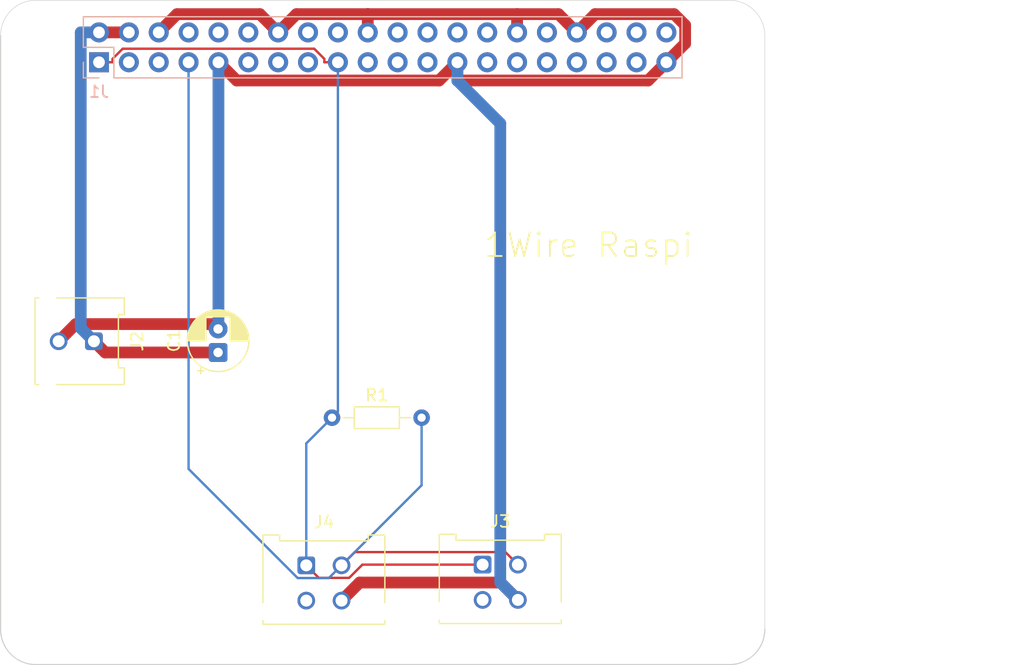
<source format=kicad_pcb>
(kicad_pcb (version 20241229) (generator "pcbnew") (generator_version "9.0")
  (title_block (date "15 nov 2012"))
  (layers (0 "F.Cu" signal) (2 "B.Cu" signal) (13 "F.Paste" user) (15 "B.Paste" user) (5 "F.SilkS" user "F.Silkscreen") (7 "B.SilkS" user "B.Silkscreen") (1 "F.Mask" user) (3 "B.Mask" user) (25 "Edge.Cuts" user))
  (net 0 "")
  (net 1 "GND")
  (net 2 "/GPIO2{slash}SDA1")
  (net 3 "/GPIO3{slash}SCL1")
  (net 4 "/GPIO4{slash}GPCLK0")
  (net 5 "/GPIO14{slash}TXD0")
  (net 6 "/GPIO15{slash}RXD0")
  (net 7 "/GPIO17")
  (net 8 "/GPIO18{slash}PCM.CLK")
  (net 9 "/GPIO27")
  (net 10 "/GPIO22")
  (net 11 "/GPIO23")
  (net 12 "/GPIO24")
  (net 13 "/GPIO10{slash}SPI0.MOSI")
  (net 14 "/GPIO9{slash}SPI0.MISO")
  (net 15 "/GPIO25")
  (net 16 "/GPIO11{slash}SPI0.SCLK")
  (net 17 "/GPIO8{slash}SPI0.CE0")
  (net 18 "/GPIO7{slash}SPI0.CE1")
  (net 19 "/ID_SDA")
  (net 20 "/ID_SCL")
  (net 21 "/GPIO5")
  (net 22 "/GPIO6")
  (net 23 "/GPIO12{slash}PWM0")
  (net 24 "/GPIO13{slash}PWM1")
  (net 25 "/GPIO19{slash}PCM.FS")
  (net 26 "/GPIO16")
  (net 27 "/GPIO26")
  (net 28 "/GPIO20{slash}PCM.DIN")
  (net 29 "/GPIO21{slash}PCM.DOUT")
  (net 30 "+5V")
  (net 31 "+3V3")
  (footprint "MountingHole:MountingHole_2.7mm_M2.5" (layer "F.Cu") (at 161.5 47.5)
    (property "Reference" "MH2" (hide yes))
    (property "Value" "MountingHole_2.7mm_M2.5" (hide yes))
    (pad "" np_thru_hole circle (at 0 0) (size 2.7 2.7) (drill 2.7) (layers "*.Cu" "*.Mask"))
  )
  (footprint "Connector_Molex:Molex_Micro-Fit_3.0_43045-0412_2x02_P3.00mm_Vertical" (layer "F.Cu") (at 141 91.5)
    (property "Reference" "J3" (at 1.5 -3.67 0) (layer "F.SilkS"))
    (property "Value" "1Wire")
    (fp_line (start -3.685 -2.58) (end -2.265 -2.58) (stroke (width 0.12)) (layer "F.SilkS"))
    (fp_line (start -3.685 3.17) (end -3.685 -2.58) (stroke (width 0.12)) (layer "F.SilkS"))
    (fp_line (start -3.685 4.71) (end -3.685 5.01) (stroke (width 0.12)) (layer "F.SilkS"))
    (fp_line (start -3.685 5.01) (end 6.685 5.01) (stroke (width 0.12)) (layer "F.SilkS"))
    (fp_line (start -2.265 -2.58) (end -2.265 -2.08) (stroke (width 0.12)) (layer "F.SilkS"))
    (fp_line (start -2.265 -2.08) (end 5.265 -2.08) (stroke (width 0.12)) (layer "F.SilkS"))
    (fp_line (start 5.265 -2.58) (end 6.685 -2.58) (stroke (width 0.12)) (layer "F.SilkS"))
    (fp_line (start 5.265 -2.08) (end 5.265 -2.58) (stroke (width 0.12)) (layer "F.SilkS"))
    (fp_line (start 6.685 -2.58) (end 6.685 3.17) (stroke (width 0.12)) (layer "F.SilkS"))
    (fp_line (start 6.685 5.01) (end 6.685 4.71) (stroke (width 0.12)) (layer "F.SilkS"))
    (pad "" np_thru_hole circle (at -3 3.94) (size 1.02 1.02) (drill 1.02) (layers "*.Cu" "*.Mask"))
    (pad "" np_thru_hole circle (at 6 3.94) (size 1.02 1.02) (drill 1.02) (layers "*.Cu" "*.Mask"))
    (pad "1" thru_hole roundrect (at 0 0) (size 1.5 1.5) (drill 1.02) (layers "*.Cu" "*.Mask") (roundrect_rratio 0.166667) (net 31 "+3V3"))
    (pad "2" thru_hole circle (at 3 0) (size 1.5 1.5) (drill 1.02) (layers "*.Cu" "*.Mask") (net 4 "/GPIO4{slash}GPCLK0"))
    (pad "3" thru_hole circle (at 0 3) (size 1.5 1.5) (drill 1.02) (layers "*.Cu" "*.Mask"))
    (pad "4" thru_hole circle (at 3 3) (size 1.5 1.5) (drill 1.02) (layers "*.Cu" "*.Mask") (net 1 "GND"))
  )
  (footprint "MountingHole:MountingHole_2.7mm_M2.5" (layer "F.Cu") (at 103.5 96.5)
    (property "Reference" "MH3" (hide yes))
    (property "Value" "MountingHole_2.7mm_M2.5" (hide yes))
    (pad "" np_thru_hole circle (at 0 0) (size 2.7 2.7) (drill 2.7) (layers "*.Cu" "*.Mask"))
  )
  (footprint "MountingHole:MountingHole_2.7mm_M2.5" (layer "F.Cu") (at 103.5 47.5)
    (property "Reference" "MH1" (hide yes))
    (property "Value" "MountingHole_2.7mm_M2.5" (hide yes))
    (pad "" np_thru_hole circle (at 0 0) (size 2.7 2.7) (drill 2.7) (layers "*.Cu" "*.Mask"))
  )
  (footprint "Connector_Molex:Molex_Micro-Fit_3.0_43045-0212_2x01_P3.00mm_Vertical" (layer "F.Cu") (at 107.94 72.5 -90)
    (property "Reference" "J2" (at 0 -3.67 90) (layer "F.SilkS"))
    (property "Value" "Power")
    (fp_line (start -3.685 5.01) (end 3.685 5.01) (stroke (width 0.12)) (layer "F.SilkS"))
    (fp_line (start 3.685 5.01) (end 3.685 4.71) (stroke (width 0.12)) (layer "F.SilkS"))
    (fp_line (start -3.685 4.71) (end -3.685 5.01) (stroke (width 0.12)) (layer "F.SilkS"))
    (fp_line (start -3.685 3.17) (end -3.685 -2.58) (stroke (width 0.12)) (layer "F.SilkS"))
    (fp_line (start -2.265 -2.08) (end 2.265 -2.08) (stroke (width 0.12)) (layer "F.SilkS"))
    (fp_line (start 2.265 -2.08) (end 2.265 -2.58) (stroke (width 0.12)) (layer "F.SilkS"))
    (fp_line (start -3.685 -2.58) (end -2.265 -2.58) (stroke (width 0.12)) (layer "F.SilkS"))
    (fp_line (start -2.265 -2.58) (end -2.265 -2.08) (stroke (width 0.12)) (layer "F.SilkS"))
    (fp_line (start 2.265 -2.58) (end 3.685 -2.58) (stroke (width 0.12)) (layer "F.SilkS"))
    (fp_line (start 3.685 -2.58) (end 3.685 3.17) (stroke (width 0.12)) (layer "F.SilkS"))
    (pad "" np_thru_hole circle (at -3 3.94 270) (size 1.02 1.02) (drill 1.02) (layers "*.Cu" "*.Mask"))
    (pad "" np_thru_hole circle (at 3 3.94 270) (size 1.02 1.02) (drill 1.02) (layers "*.Cu" "*.Mask"))
    (pad "1" thru_hole roundrect (at 0 0 270) (size 1.5 1.5) (drill 1.02) (layers "*.Cu" "*.Mask") (roundrect_rratio 0.166667) (net 30 "+5V"))
    (pad "2" thru_hole circle (at 0 3 270) (size 1.5 1.5) (drill 1.02) (layers "*.Cu" "*.Mask") (net 1 "GND"))
  )
  (footprint "MountingHole:MountingHole_2.7mm_M2.5" (layer "F.Cu") (at 161.5 96.5)
    (property "Reference" "MH4" (hide yes))
    (property "Value" "MountingHole_2.7mm_M2.5" (hide yes))
    (pad "" np_thru_hole circle (at 0 0) (size 2.7 2.7) (drill 2.7) (layers "*.Cu" "*.Mask"))
  )
  (footprint "Resistor_THT:R_Axial_DIN0204_L3.6mm_D1.6mm_P7.62mm_Horizontal" (layer "F.Cu") (at 128.19 79)
    (property "Reference" "R1" (at 3.81 -1.92 0) (layer "F.SilkS"))
    (property "Value" "4.7k")
    (fp_line (start 0.94 0) (end 1.89 0) (stroke (width 0.12)) (layer "F.SilkS"))
    (fp_line (start 6.68 0) (end 5.73 0) (stroke (width 0.12)) (layer "F.SilkS"))
    (fp_rect (start 1.89 -0.92) (end 5.73 0.92) (stroke (width 0.12)) (fill no) (layer "F.SilkS"))
    (pad "1" thru_hole circle (at 0 0) (size 1.4 1.4) (drill 0.7) (layers "*.Cu" "*.Mask") (net 31 "+3V3"))
    (pad "2" thru_hole circle (at 7.62 0) (size 1.4 1.4) (drill 0.7) (layers "*.Cu" "*.Mask") (net 4 "/GPIO4{slash}GPCLK0"))
  )
  (footprint "Connector_Molex:Molex_Micro-Fit_3.0_43045-0412_2x02_P3.00mm_Vertical" (layer "F.Cu") (at 126 91.56)
    (property "Reference" "J4" (at 1.5 -3.67 0) (layer "F.SilkS"))
    (property "Value" "1Wire")
    (fp_line (start -3.685 -2.58) (end -2.265 -2.58) (stroke (width 0.12)) (layer "F.SilkS"))
    (fp_line (start -3.685 3.17) (end -3.685 -2.58) (stroke (width 0.12)) (layer "F.SilkS"))
    (fp_line (start -3.685 4.71) (end -3.685 5.01) (stroke (width 0.12)) (layer "F.SilkS"))
    (fp_line (start -3.685 5.01) (end 6.685 5.01) (stroke (width 0.12)) (layer "F.SilkS"))
    (fp_line (start -2.265 -2.58) (end -2.265 -2.08) (stroke (width 0.12)) (layer "F.SilkS"))
    (fp_line (start -2.265 -2.08) (end 5.265 -2.08) (stroke (width 0.12)) (layer "F.SilkS"))
    (fp_line (start 5.265 -2.58) (end 6.685 -2.58) (stroke (width 0.12)) (layer "F.SilkS"))
    (fp_line (start 5.265 -2.08) (end 5.265 -2.58) (stroke (width 0.12)) (layer "F.SilkS"))
    (fp_line (start 6.685 -2.58) (end 6.685 3.17) (stroke (width 0.12)) (layer "F.SilkS"))
    (fp_line (start 6.685 5.01) (end 6.685 4.71) (stroke (width 0.12)) (layer "F.SilkS"))
    (pad "" np_thru_hole circle (at -3 3.94) (size 1.02 1.02) (drill 1.02) (layers "*.Cu" "*.Mask"))
    (pad "" np_thru_hole circle (at 6 3.94) (size 1.02 1.02) (drill 1.02) (layers "*.Cu" "*.Mask"))
    (pad "1" thru_hole roundrect (at 0 0) (size 1.5 1.5) (drill 1.02) (layers "*.Cu" "*.Mask") (roundrect_rratio 0.166667) (net 31 "+3V3"))
    (pad "2" thru_hole circle (at 3 0) (size 1.5 1.5) (drill 1.02) (layers "*.Cu" "*.Mask") (net 4 "/GPIO4{slash}GPCLK0"))
    (pad "3" thru_hole circle (at 0 3) (size 1.5 1.5) (drill 1.02) (layers "*.Cu" "*.Mask"))
    (pad "4" thru_hole circle (at 3 3) (size 1.5 1.5) (drill 1.02) (layers "*.Cu" "*.Mask") (net 1 "GND"))
  )
  (footprint "Capacitor_THT:CP_Radial_D5.0mm_P2.00mm" (layer "F.Cu") (at 118.5 73.4551 90)
    (property "Reference" "C1" (at 1 -3.75 90) (layer "F.SilkS"))
    (property "Value" "100uF")
    (fp_line (start 1.04 -2.58) (end 1.04 -1.04) (stroke (width 0.12)) (layer "F.SilkS"))
    (fp_line (start 1 -2.58) (end 1 -1.04) (stroke (width 0.12)) (layer "F.SilkS"))
    (fp_line (start 1.08 -2.579) (end 1.08 -1.04) (stroke (width 0.12)) (layer "F.SilkS"))
    (fp_line (start 1.12 -2.577) (end 1.12 -1.04) (stroke (width 0.12)) (layer "F.SilkS"))
    (fp_line (start 1.16 -2.575) (end 1.16 -1.04) (stroke (width 0.12)) (layer "F.SilkS"))
    (fp_line (start 1.2 -2.572) (end 1.2 -1.04) (stroke (width 0.12)) (layer "F.SilkS"))
    (fp_line (start 1.24 -2.569) (end 1.24 -1.04) (stroke (width 0.12)) (layer "F.SilkS"))
    (fp_line (start 1.28 -2.565) (end 1.28 -1.04) (stroke (width 0.12)) (layer "F.SilkS"))
    (fp_line (start 1.32 -2.56) (end 1.32 -1.04) (stroke (width 0.12)) (layer "F.SilkS"))
    (fp_line (start 1.36 -2.555) (end 1.36 -1.04) (stroke (width 0.12)) (layer "F.SilkS"))
    (fp_line (start 1.4 -2.549) (end 1.4 -1.04) (stroke (width 0.12)) (layer "F.SilkS"))
    (fp_line (start 1.44 -2.543) (end 1.44 -1.04) (stroke (width 0.12)) (layer "F.SilkS"))
    (fp_line (start 1.48 -2.536) (end 1.48 -1.04) (stroke (width 0.12)) (layer "F.SilkS"))
    (fp_line (start 1.52 -2.528) (end 1.52 -1.04) (stroke (width 0.12)) (layer "F.SilkS"))
    (fp_line (start 1.56 -2.519) (end 1.56 -1.04) (stroke (width 0.12)) (layer "F.SilkS"))
    (fp_line (start 1.6 -2.51) (end 1.6 -1.04) (stroke (width 0.12)) (layer "F.SilkS"))
    (fp_line (start 1.64 -2.501) (end 1.64 -1.04) (stroke (width 0.12)) (layer "F.SilkS"))
    (fp_line (start 1.68 -2.49) (end 1.68 -1.04) (stroke (width 0.12)) (layer "F.SilkS"))
    (fp_line (start 1.72 -2.479) (end 1.72 -1.04) (stroke (width 0.12)) (layer "F.SilkS"))
    (fp_line (start 1.76 -2.467) (end 1.76 -1.04) (stroke (width 0.12)) (layer "F.SilkS"))
    (fp_line (start 1.8 -2.455) (end 1.8 -1.04) (stroke (width 0.12)) (layer "F.SilkS"))
    (fp_line (start 1.84 -2.442) (end 1.84 -1.04) (stroke (width 0.12)) (layer "F.SilkS"))
    (fp_line (start 1.88 -2.428) (end 1.88 -1.04) (stroke (width 0.12)) (layer "F.SilkS"))
    (fp_line (start 1.92 -2.413) (end 1.92 -1.04) (stroke (width 0.12)) (layer "F.SilkS"))
    (fp_line (start 1.96 -2.398) (end 1.96 -1.04) (stroke (width 0.12)) (layer "F.SilkS"))
    (fp_line (start 2 -2.382) (end 2 -1.04) (stroke (width 0.12)) (layer "F.SilkS"))
    (fp_line (start 2.04 -2.365) (end 2.04 -1.04) (stroke (width 0.12)) (layer "F.SilkS"))
    (fp_line (start 2.08 -2.347) (end 2.08 -1.04) (stroke (width 0.12)) (layer "F.SilkS"))
    (fp_line (start 2.12 -2.329) (end 2.12 -1.04) (stroke (width 0.12)) (layer "F.SilkS"))
    (fp_line (start 2.16 -2.309) (end 2.16 -1.04) (stroke (width 0.12)) (layer "F.SilkS"))
    (fp_line (start 2.2 -2.289) (end 2.2 -1.04) (stroke (width 0.12)) (layer "F.SilkS"))
    (fp_line (start 2.24 -2.268) (end 2.24 -1.04) (stroke (width 0.12)) (layer "F.SilkS"))
    (fp_line (start 2.28 -2.246) (end 2.28 -1.04) (stroke (width 0.12)) (layer "F.SilkS"))
    (fp_line (start 2.32 -2.223) (end 2.32 -1.04) (stroke (width 0.12)) (layer "F.SilkS"))
    (fp_line (start 2.36 -2.199) (end 2.36 -1.04) (stroke (width 0.12)) (layer "F.SilkS"))
    (fp_line (start 2.4 -2.175) (end 2.4 -1.04) (stroke (width 0.12)) (layer "F.SilkS"))
    (fp_line (start 2.44 -2.149) (end 2.44 -1.04) (stroke (width 0.12)) (layer "F.SilkS"))
    (fp_line (start 2.48 -2.122) (end 2.48 -1.04) (stroke (width 0.12)) (layer "F.SilkS"))
    (fp_line (start 2.52 -2.094) (end 2.52 -1.04) (stroke (width 0.12)) (layer "F.SilkS"))
    (fp_line (start 2.56 -2.065) (end 2.56 -1.04) (stroke (width 0.12)) (layer "F.SilkS"))
    (fp_line (start 2.6 -2.035) (end 2.6 -1.04) (stroke (width 0.12)) (layer "F.SilkS"))
    (fp_line (start 2.64 -2.003) (end 2.64 -1.04) (stroke (width 0.12)) (layer "F.SilkS"))
    (fp_line (start 2.68 -1.97) (end 2.68 -1.04) (stroke (width 0.12)) (layer "F.SilkS"))
    (fp_line (start 2.72 -1.936) (end 2.72 -1.04) (stroke (width 0.12)) (layer "F.SilkS"))
    (fp_line (start 2.76 -1.901) (end 2.76 -1.04) (stroke (width 0.12)) (layer "F.SilkS"))
    (fp_line (start 2.8 -1.864) (end 2.8 -1.04) (stroke (width 0.12)) (layer "F.SilkS"))
    (fp_line (start 2.84 -1.825) (end 2.84 -1.04) (stroke (width 0.12)) (layer "F.SilkS"))
    (fp_line (start 2.88 -1.785) (end 2.88 -1.04) (stroke (width 0.12)) (layer "F.SilkS"))
    (fp_line (start 2.92 -1.743) (end 2.92 -1.04) (stroke (width 0.12)) (layer "F.SilkS"))
    (fp_line (start -1.554775 -1.725) (end -1.554775 -1.225) (stroke (width 0.12)) (layer "F.SilkS"))
    (fp_line (start 2.96 -1.699) (end 2.96 -1.04) (stroke (width 0.12)) (layer "F.SilkS"))
    (fp_line (start 3 -1.652) (end 3 -1.04) (stroke (width 0.12)) (layer "F.SilkS"))
    (fp_line (start 3.04 -1.604) (end 3.04 1.604) (stroke (width 0.12)) (layer "F.SilkS"))
    (fp_line (start 3.08 -1.553) (end 3.08 1.553) (stroke (width 0.12)) (layer "F.SilkS"))
    (fp_line (start 3.12 -1.499) (end 3.12 1.499) (stroke (width 0.12)) (layer "F.SilkS"))
    (fp_line (start -1.804775 -1.475) (end -1.304775 -1.475) (stroke (width 0.12)) (layer "F.SilkS"))
    (fp_line (start 3.16 -1.443) (end 3.16 1.443) (stroke (width 0.12)) (layer "F.SilkS"))
    (fp_line (start 3.2 -1.383) (end 3.2 1.383) (stroke (width 0.12)) (layer "F.SilkS"))
    (fp_line (start 3.24 -1.319) (end 3.24 1.319) (stroke (width 0.12)) (layer "F.SilkS"))
    (fp_line (start 3.28 -1.251) (end 3.28 1.251) (stroke (width 0.12)) (layer "F.SilkS"))
    (fp_line (start 3.32 -1.177) (end 3.32 1.177) (stroke (width 0.12)) (layer "F.SilkS"))
    (fp_line (start 3.36 -1.098) (end 3.36 1.098) (stroke (width 0.12)) (layer "F.SilkS"))
    (fp_line (start 3.4 -1.011) (end 3.4 1.011) (stroke (width 0.12)) (layer "F.SilkS"))
    (fp_line (start 3.44 -0.914) (end 3.44 0.914) (stroke (width 0.12)) (layer "F.SilkS"))
    (fp_line (start 3.48 -0.805) (end 3.48 0.805) (stroke (width 0.12)) (layer "F.SilkS"))
    (fp_line (start 3.52 -0.677) (end 3.52 0.677) (stroke (width 0.12)) (layer "F.SilkS"))
    (fp_line (start 3.56 -0.517) (end 3.56 0.517) (stroke (width 0.12)) (layer "F.SilkS"))
    (fp_line (start 3.6 -0.283) (end 3.6 0.283) (stroke (width 0.12)) (layer "F.SilkS"))
    (fp_line (start 3 1.04) (end 3 1.652) (stroke (width 0.12)) (layer "F.SilkS"))
    (fp_line (start 2.96 1.04) (end 2.96 1.699) (stroke (width 0.12)) (layer "F.SilkS"))
    (fp_line (start 2.92 1.04) (end 2.92 1.743) (stroke (width 0.12)) (layer "F.SilkS"))
    (fp_line (start 2.88 1.04) (end 2.88 1.785) (stroke (width 0.12)) (layer "F.SilkS"))
    (fp_line (start 2.84 1.04) (end 2.84 1.825) (stroke (width 0.12)) (layer "F.SilkS"))
    (fp_line (start 2.8 1.04) (end 2.8 1.864) (stroke (width 0.12)) (layer "F.SilkS"))
    (fp_line (start 2.76 1.04) (end 2.76 1.901) (stroke (width 0.12)) (layer "F.SilkS"))
    (fp_line (start 2.72 1.04) (end 2.72 1.936) (stroke (width 0.12)) (layer "F.SilkS"))
    (fp_line (start 2.68 1.04) (end 2.68 1.97) (stroke (width 0.12)) (layer "F.SilkS"))
    (fp_line (start 2.64 1.04) (end 2.64 2.003) (stroke (width 0.12)) (layer "F.SilkS"))
    (fp_line (start 2.6 1.04) (end 2.6 2.035) (stroke (width 0.12)) (layer "F.SilkS"))
    (fp_line (start 2.56 1.04) (end 2.56 2.065) (stroke (width 0.12)) (layer "F.SilkS"))
    (fp_line (start 2.52 1.04) (end 2.52 2.094) (stroke (width 0.12)) (layer "F.SilkS"))
    (fp_line (start 2.48 1.04) (end 2.48 2.122) (stroke (width 0.12)) (layer "F.SilkS"))
    (fp_line (start 2.44 1.04) (end 2.44 2.149) (stroke (width 0.12)) (layer "F.SilkS"))
    (fp_line (start 2.4 1.04) (end 2.4 2.175) (stroke (width 0.12)) (layer "F.SilkS"))
    (fp_line (start 2.36 1.04) (end 2.36 2.199) (stroke (width 0.12)) (layer "F.SilkS"))
    (fp_line (start 2.32 1.04) (end 2.32 2.223) (stroke (width 0.12)) (layer "F.SilkS"))
    (fp_line (start 2.28 1.04) (end 2.28 2.246) (stroke (width 0.12)) (layer "F.SilkS"))
    (fp_line (start 2.24 1.04) (end 2.24 2.268) (stroke (width 0.12)) (layer "F.SilkS"))
    (fp_line (start 2.2 1.04) (end 2.2 2.289) (stroke (width 0.12)) (layer "F.SilkS"))
    (fp_line (start 2.16 1.04) (end 2.16 2.309) (stroke (width 0.12)) (layer "F.SilkS"))
    (fp_line (start 2.12 1.04) (end 2.12 2.329) (stroke (width 0.12)) (layer "F.SilkS"))
    (fp_line (start 2.08 1.04) (end 2.08 2.347) (stroke (width 0.12)) (layer "F.SilkS"))
    (fp_line (start 2.04 1.04) (end 2.04 2.365) (stroke (width 0.12)) (layer "F.SilkS"))
    (fp_line (start 2 1.04) (end 2 2.382) (stroke (width 0.12)) (layer "F.SilkS"))
    (fp_line (start 1.96 1.04) (end 1.96 2.398) (stroke (width 0.12)) (layer "F.SilkS"))
    (fp_line (start 1.92 1.04) (end 1.92 2.413) (stroke (width 0.12)) (layer "F.SilkS"))
    (fp_line (start 1.88 1.04) (end 1.88 2.428) (stroke (width 0.12)) (layer "F.SilkS"))
    (fp_line (start 1.84 1.04) (end 1.84 2.442) (stroke (width 0.12)) (layer "F.SilkS"))
    (fp_line (start 1.8 1.04) (end 1.8 2.455) (stroke (width 0.12)) (layer "F.SilkS"))
    (fp_line (start 1.76 1.04) (end 1.76 2.467) (stroke (width 0.12)) (layer "F.SilkS"))
    (fp_line (start 1.72 1.04) (end 1.72 2.479) (stroke (width 0.12)) (layer "F.SilkS"))
    (fp_line (start 1.68 1.04) (end 1.68 2.49) (stroke (width 0.12)) (layer "F.SilkS"))
    (fp_line (start 1.64 1.04) (end 1.64 2.501) (stroke (width 0.12)) (layer "F.SilkS"))
    (fp_line (start 1.6 1.04) (end 1.6 2.51) (stroke (width 0.12)) (layer "F.SilkS"))
    (fp_line (start 1.56 1.04) (end 1.56 2.519) (stroke (width 0.12)) (layer "F.SilkS"))
    (fp_line (start 1.52 1.04) (end 1.52 2.528) (stroke (width 0.12)) (layer "F.SilkS"))
    (fp_line (start 1.48 1.04) (end 1.48 2.536) (stroke (width 0.12)) (layer "F.SilkS"))
    (fp_line (start 1.44 1.04) (end 1.44 2.543) (stroke (width 0.12)) (layer "F.SilkS"))
    (fp_line (start 1.4 1.04) (end 1.4 2.549) (stroke (width 0.12)) (layer "F.SilkS"))
    (fp_line (start 1.36 1.04) (end 1.36 2.555) (stroke (width 0.12)) (layer "F.SilkS"))
    (fp_line (start 1.32 1.04) (end 1.32 2.56) (stroke (width 0.12)) (layer "F.SilkS"))
    (fp_line (start 1.28 1.04) (end 1.28 2.565) (stroke (width 0.12)) (layer "F.SilkS"))
    (fp_line (start 1.24 1.04) (end 1.24 2.569) (stroke (width 0.12)) (layer "F.SilkS"))
    (fp_line (start 1.2 1.04) (end 1.2 2.572) (stroke (width 0.12)) (layer "F.SilkS"))
    (fp_line (start 1.16 1.04) (end 1.16 2.575) (stroke (width 0.12)) (layer "F.SilkS"))
    (fp_line (start 1.12 1.04) (end 1.12 2.577) (stroke (width 0.12)) (layer "F.SilkS"))
    (fp_line (start 1.08 1.04) (end 1.08 2.579) (stroke (width 0.12)) (layer "F.SilkS"))
    (fp_line (start 1.04 1.04) (end 1.04 2.58) (stroke (width 0.12)) (layer "F.SilkS"))
    (fp_line (start 1 1.04) (end 1 2.58) (stroke (width 0.12)) (layer "F.SilkS"))
    (fp_circle (center 1 0) (end 3.62 0) (stroke (width 0.12)) (fill no) (layer "F.SilkS"))
    (pad "1" thru_hole roundrect (at 0 0 90) (size 1.6 1.6) (drill 0.8) (layers "*.Cu" "*.Mask") (roundrect_rratio 0.15625) (net 30 "+5V"))
    (pad "2" thru_hole circle (at 2 0 90) (size 1.6 1.6) (drill 0.8) (layers "*.Cu" "*.Mask") (net 1 "GND"))
  )
  (footprint "Connector_PinSocket_2.54mm:PinSocket_2x20_P2.54mm_Vertical" (layer "B.Cu") (at 108.37 48.77 -90)
    (property "Reference" "J1" (at 2.5 0 0) (layer "B.SilkS") (effects (justify mirror)))
    (property "Value" "GPIO")
    (fp_line (start -3.87 1.33) (end -1.27 1.33) (stroke (width 0.12)) (layer "B.SilkS"))
    (fp_line (start -3.87 1.33) (end -3.87 -49.59) (stroke (width 0.12)) (layer "B.SilkS"))
    (fp_line (start -1.27 1.33) (end -1.27 -1.27) (stroke (width 0.12)) (layer "B.SilkS"))
    (fp_line (start 0 1.33) (end 1.33 1.33) (stroke (width 0.12)) (layer "B.SilkS"))
    (fp_line (start 1.33 1.33) (end 1.33 0) (stroke (width 0.12)) (layer "B.SilkS"))
    (fp_line (start -1.27 -1.27) (end 1.33 -1.27) (stroke (width 0.12)) (layer "B.SilkS"))
    (fp_line (start 1.33 -1.27) (end 1.33 -49.59) (stroke (width 0.12)) (layer "B.SilkS"))
    (fp_line (start -3.87 -49.59) (end 1.33 -49.59) (stroke (width 0.12)) (layer "B.SilkS"))
    (pad "1" thru_hole rect (at 0 0 270) (size 1.7 1.7) (drill 1) (layers "*.Cu" "*.Mask") (net 31 "+3V3"))
    (pad "2" thru_hole oval (at -2.54 0 270) (size 1.7 1.7) (drill 1) (layers "*.Cu" "*.Mask") (net 30 "+5V"))
    (pad "3" thru_hole oval (at 0 -2.54 270) (size 1.7 1.7) (drill 1) (layers "*.Cu" "*.Mask") (net 2 "/GPIO2{slash}SDA1"))
    (pad "4" thru_hole oval (at -2.54 -2.54 270) (size 1.7 1.7) (drill 1) (layers "*.Cu" "*.Mask") (net 30 "+5V"))
    (pad "5" thru_hole oval (at 0 -5.08 270) (size 1.7 1.7) (drill 1) (layers "*.Cu" "*.Mask") (net 3 "/GPIO3{slash}SCL1"))
    (pad "6" thru_hole oval (at -2.54 -5.08 270) (size 1.7 1.7) (drill 1) (layers "*.Cu" "*.Mask") (net 1 "GND"))
    (pad "7" thru_hole oval (at 0 -7.62 270) (size 1.7 1.7) (drill 1) (layers "*.Cu" "*.Mask") (net 4 "/GPIO4{slash}GPCLK0"))
    (pad "8" thru_hole oval (at -2.54 -7.62 270) (size 1.7 1.7) (drill 1) (layers "*.Cu" "*.Mask") (net 5 "/GPIO14{slash}TXD0"))
    (pad "9" thru_hole oval (at 0 -10.16 270) (size 1.7 1.7) (drill 1) (layers "*.Cu" "*.Mask") (net 1 "GND"))
    (pad "10" thru_hole oval (at -2.54 -10.16 270) (size 1.7 1.7) (drill 1) (layers "*.Cu" "*.Mask") (net 6 "/GPIO15{slash}RXD0"))
    (pad "11" thru_hole oval (at 0 -12.7 270) (size 1.7 1.7) (drill 1) (layers "*.Cu" "*.Mask") (net 7 "/GPIO17"))
    (pad "12" thru_hole oval (at -2.54 -12.7 270) (size 1.7 1.7) (drill 1) (layers "*.Cu" "*.Mask") (net 8 "/GPIO18{slash}PCM.CLK"))
    (pad "13" thru_hole oval (at 0 -15.24 270) (size 1.7 1.7) (drill 1) (layers "*.Cu" "*.Mask") (net 9 "/GPIO27"))
    (pad "14" thru_hole oval (at -2.54 -15.24 270) (size 1.7 1.7) (drill 1) (layers "*.Cu" "*.Mask") (net 1 "GND"))
    (pad "15" thru_hole oval (at 0 -17.78 270) (size 1.7 1.7) (drill 1) (layers "*.Cu" "*.Mask") (net 10 "/GPIO22"))
    (pad "16" thru_hole oval (at -2.54 -17.78 270) (size 1.7 1.7) (drill 1) (layers "*.Cu" "*.Mask") (net 11 "/GPIO23"))
    (pad "17" thru_hole oval (at 0 -20.32 270) (size 1.7 1.7) (drill 1) (layers "*.Cu" "*.Mask") (net 31 "+3V3"))
    (pad "18" thru_hole oval (at -2.54 -20.32 270) (size 1.7 1.7) (drill 1) (layers "*.Cu" "*.Mask") (net 12 "/GPIO24"))
    (pad "19" thru_hole oval (at 0 -22.86 270) (size 1.7 1.7) (drill 1) (layers "*.Cu" "*.Mask") (net 13 "/GPIO10{slash}SPI0.MOSI"))
    (pad "20" thru_hole oval (at -2.54 -22.86 270) (size 1.7 1.7) (drill 1) (layers "*.Cu" "*.Mask") (net 1 "GND"))
    (pad "21" thru_hole oval (at 0 -25.4 270) (size 1.7 1.7) (drill 1) (layers "*.Cu" "*.Mask") (net 14 "/GPIO9{slash}SPI0.MISO"))
    (pad "22" thru_hole oval (at -2.54 -25.4 270) (size 1.7 1.7) (drill 1) (layers "*.Cu" "*.Mask") (net 15 "/GPIO25"))
    (pad "23" thru_hole oval (at 0 -27.94 270) (size 1.7 1.7) (drill 1) (layers "*.Cu" "*.Mask") (net 16 "/GPIO11{slash}SPI0.SCLK"))
    (pad "24" thru_hole oval (at -2.54 -27.94 270) (size 1.7 1.7) (drill 1) (layers "*.Cu" "*.Mask") (net 17 "/GPIO8{slash}SPI0.CE0"))
    (pad "25" thru_hole oval (at 0 -30.48 270) (size 1.7 1.7) (drill 1) (layers "*.Cu" "*.Mask") (net 1 "GND"))
    (pad "26" thru_hole oval (at -2.54 -30.48 270) (size 1.7 1.7) (drill 1) (layers "*.Cu" "*.Mask") (net 18 "/GPIO7{slash}SPI0.CE1"))
    (pad "27" thru_hole oval (at 0 -33.02 270) (size 1.7 1.7) (drill 1) (layers "*.Cu" "*.Mask") (net 19 "/ID_SDA"))
    (pad "28" thru_hole oval (at -2.54 -33.02 270) (size 1.7 1.7) (drill 1) (layers "*.Cu" "*.Mask") (net 20 "/ID_SCL"))
    (pad "29" thru_hole oval (at 0 -35.56 270) (size 1.7 1.7) (drill 1) (layers "*.Cu" "*.Mask") (net 21 "/GPIO5"))
    (pad "30" thru_hole oval (at -2.54 -35.56 270) (size 1.7 1.7) (drill 1) (layers "*.Cu" "*.Mask") (net 1 "GND"))
    (pad "31" thru_hole oval (at 0 -38.1 270) (size 1.7 1.7) (drill 1) (layers "*.Cu" "*.Mask") (net 22 "/GPIO6"))
    (pad "32" thru_hole oval (at -2.54 -38.1 270) (size 1.7 1.7) (drill 1) (layers "*.Cu" "*.Mask") (net 23 "/GPIO12{slash}PWM0"))
    (pad "33" thru_hole oval (at 0 -40.64 270) (size 1.7 1.7) (drill 1) (layers "*.Cu" "*.Mask") (net 24 "/GPIO13{slash}PWM1"))
    (pad "34" thru_hole oval (at -2.54 -40.64 270) (size 1.7 1.7) (drill 1) (layers "*.Cu" "*.Mask") (net 1 "GND"))
    (pad "35" thru_hole oval (at 0 -43.18 270) (size 1.7 1.7) (drill 1) (layers "*.Cu" "*.Mask") (net 25 "/GPIO19{slash}PCM.FS"))
    (pad "36" thru_hole oval (at -2.54 -43.18 270) (size 1.7 1.7) (drill 1) (layers "*.Cu" "*.Mask") (net 26 "/GPIO16"))
    (pad "37" thru_hole oval (at 0 -45.72 270) (size 1.7 1.7) (drill 1) (layers "*.Cu" "*.Mask") (net 27 "/GPIO26"))
    (pad "38" thru_hole oval (at -2.54 -45.72 270) (size 1.7 1.7) (drill 1) (layers "*.Cu" "*.Mask") (net 28 "/GPIO20{slash}PCM.DIN"))
    (pad "39" thru_hole oval (at 0 -48.26 270) (size 1.7 1.7) (drill 1) (layers "*.Cu" "*.Mask") (net 1 "GND"))
    (pad "40" thru_hole oval (at -2.54 -48.26 270) (size 1.7 1.7) (drill 1) (layers "*.Cu" "*.Mask") (net 29 "/GPIO21{slash}PCM.DOUT"))
  )
  (gr_line (start 103 43.5) (end 162 43.5) (stroke (width 0.05)) (layer "Edge.Cuts"))
  (gr_line (start 165 46.5) (end 165 97) (stroke (width 0.05)) (layer "Edge.Cuts"))
  (gr_line (start 100 46.5) (end 100 97) (stroke (width 0.1)) (layer "Edge.Cuts"))
  (gr_arc (start 103 100) (mid 100.87868 99.12132) (end 100 97) (stroke (width 0.1)) (layer "Edge.Cuts"))
  (gr_line (start 103 100) (end 162 100) (stroke (width 0.1)) (layer "Edge.Cuts"))
  (gr_arc (start 165 97) (mid 164.12132 99.12132) (end 162 100) (stroke (width 0.1)) (layer "Edge.Cuts"))
  (gr_arc (start 100 46.5) (mid 100.87868 44.37868) (end 103 43.5) (stroke (width 0.05)) (layer "Edge.Cuts"))
  (gr_arc (start 162 43.5) (mid 164.12132 44.37868) (end 165 46.5) (stroke (width 0.05)) (layer "Edge.Cuts"))
  (gr_text "1Wire Raspi" (at 141 65.5 0) (layer "F.SilkS") (effects (font (size 2 2)) (justify left bottom)))
  (segment (start 131.23 44.6783) (end 125.1617 44.6783) (width 1) (layer "F.Cu") (net 1))
  (segment (start 142.5243 93.0243) (end 144 94.5) (width 1) (layer "F.Cu") (net 1))
  (segment (start 131.2315 44.6783) (end 131.23 44.6798) (width 1) (layer "F.Cu") (net 1))
  (segment (start 143.93 44.6783) (end 147.4583 44.6783) (width 1) (layer "F.Cu") (net 1))
  (segment (start 147.4583 44.6783) (end 149.01 46.23) (width 1) (layer "F.Cu") (net 1))
  (segment (start 158.2256 47.1744) (end 158.2256 45.6143) (width 1) (layer "F.Cu") (net 1))
  (segment (start 156.63 48.77) (end 158.2256 47.1744) (width 1) (layer "F.Cu") (net 1))
  (segment (start 157.2896 44.6783) (end 150.5617 44.6783) (width 1) (layer "F.Cu") (net 1))
  (segment (start 137.2983 50.3217) (end 120.0817 50.3217) (width 1) (layer "F.Cu") (net 1))
  (segment (start 125.1617 44.6783) (end 123.61 46.23) (width 1) (layer "F.Cu") (net 1))
  (segment (start 138.85 48.77) (end 137.2983 50.3217) (width 1) (layer "F.Cu") (net 1))
  (segment (start 138.85 48.77) (end 138.85 50.3217) (width 1) (layer "F.Cu") (net 1))
  (segment (start 118.494 71.4493) (end 118.5 71.4551) (width 0.2) (layer "F.Cu") (net 1))
  (segment (start 120.0817 50.3217) (end 118.53 48.77) (width 1) (layer "F.Cu") (net 1))
  (segment (start 129 94.56) (end 130.5357 93.0243) (width 1) (layer "F.Cu") (net 1))
  (segment (start 150.5617 44.6783) (end 149.01 46.23) (width 1) (layer "F.Cu") (net 1))
  (segment (start 113.45 46.23) (end 115.0017 44.6783) (width 1) (layer "F.Cu") (net 1))
  (segment (start 138.85 50.3217) (end 155.0783 50.3217) (width 1) (layer "F.Cu") (net 1))
  (segment (start 122.0583 44.6783) (end 123.61 46.23) (width 1) (layer "F.Cu") (net 1))
  (segment (start 131.23 44.6798) (end 131.23 44.6783) (width 1) (layer "F.Cu") (net 1))
  (segment (start 143.93 44.6783) (end 131.2315 44.6783) (width 1) (layer "F.Cu") (net 1))
  (segment (start 115.0017 44.6783) (end 122.0583 44.6783) (width 1) (layer "F.Cu") (net 1))
  (segment (start 104.94 72.5) (end 106.4006 71.0394) (width 1) (layer "F.Cu") (net 1))
  (segment (start 118.0841 71.0394) (end 118.494 71.4493) (width 1) (layer "F.Cu") (net 1))
  (segment (start 143.93 46.23) (end 143.93 44.6783) (width 1) (layer "F.Cu") (net 1))
  (segment (start 155.0783 50.3217) (end 156.63 48.77) (width 1) (layer "F.Cu") (net 1))
  (segment (start 130.5357 93.0243) (end 142.5243 93.0243) (width 1) (layer "F.Cu") (net 1))
  (segment (start 118.488 71.4436) (end 118.494 71.4493) (width 0.2) (layer "F.Cu") (net 1))
  (segment (start 131.23 46.23) (end 131.23 44.6798) (width 1) (layer "F.Cu") (net 1))
  (segment (start 158.2256 45.6143) (end 157.2896 44.6783) (width 1) (layer "F.Cu") (net 1))
  (segment (start 106.4006 71.0394) (end 118.0841 71.0394) (width 1) (layer "F.Cu") (net 1))
  (segment (start 118.5 71.4551) (end 118.53 71.4251) (width 1) (layer "B.Cu") (net 1))
  (segment (start 144 94.5) (end 142.5006 93.0006) (width 1) (layer "B.Cu") (net 1))
  (segment (start 142.5006 93.0006) (end 142.5006 53.9723) (width 1) (layer "B.Cu") (net 1))
  (segment (start 138.85 48.77) (end 138.85 50.3217) (width 1) (layer "B.Cu") (net 1))
  (segment (start 142.5006 53.9723) (end 138.85 50.3217) (width 1) (layer "B.Cu") (net 1))
  (segment (start 118.53 71.4251) (end 118.53 48.77) (width 1) (layer "B.Cu") (net 1))
  (segment (start 142.9339 90.4339) (end 144 91.5) (width 0.2) (layer "F.Cu") (net 4))
  (segment (start 130.1261 90.4339) (end 142.9339 90.4339) (width 0.2) (layer "F.Cu") (net 4))
  (segment (start 129 91.56) (end 130.1261 90.4339) (width 0.2) (layer "F.Cu") (net 4))
  (segment (start 115.99 83.3636) (end 125.2672 92.6408) (width 0.2) (layer "B.Cu") (net 4))
  (segment (start 127.9192 92.6408) (end 129 91.56) (width 0.2) (layer "B.Cu") (net 4))
  (segment (start 115.99 48.77) (end 115.99 83.3636) (width 0.2) (layer "B.Cu") (net 4))
  (segment (start 135.81 79) (end 135.81 84.75) (width 0.2) (layer "B.Cu") (net 4))
  (segment (start 125.2672 92.6408) (end 127.9192 92.6408) (width 0.2) (layer "B.Cu") (net 4))
  (segment (start 135.81 84.75) (end 129 91.56) (width 0.2) (layer "B.Cu") (net 4))
  (segment (start 108.8951 73.4551) (end 118.5 73.4551) (width 1) (layer "F.Cu") (net 30))
  (segment (start 107.94 72.5) (end 108.8951 73.4551) (width 1) (layer "F.Cu") (net 30))
  (segment (start 110.91 46.23) (end 108.37 46.23) (width 1) (layer "F.Cu") (net 30))
  (segment (start 106.8183 71.3783) (end 107.94 72.5) (width 1) (layer "B.Cu") (net 30))
  (segment (start 108.37 46.23) (end 106.8183 46.23) (width 1) (layer "B.Cu") (net 30))
  (segment (start 106.8183 46.23) (end 106.8183 71.3783) (width 1) (layer "B.Cu") (net 30))
  (segment (start 127.5383 48.77) (end 127.5383 48.4821) (width 0.2) (layer "F.Cu") (net 31))
  (segment (start 127.0651 92.6251) (end 129.648 92.6251) (width 0.2) (layer "F.Cu") (net 31))
  (segment (start 126.6745 47.6183) (end 110.3854 47.6183) (width 0.2) (layer "F.Cu") (net 31))
  (segment (start 129.648 92.6251) (end 130.7731 91.5) (width 0.2) (layer "F.Cu") (net 31))
  (segment (start 110.3854 47.6183) (end 109.5217 48.482) (width 0.2) (layer "F.Cu") (net 31))
  (segment (start 126 91.56) (end 127.0651 92.6251) (width 0.2) (layer "F.Cu") (net 31))
  (segment (start 130.7731 91.5) (end 141 91.5) (width 0.2) (layer "F.Cu") (net 31))
  (segment (start 109.5217 48.482) (end 109.5217 48.77) (width 0.2) (layer "F.Cu") (net 31))
  (segment (start 127.5383 48.4821) (end 126.6745 47.6183) (width 0.2) (layer "F.Cu") (net 31))
  (segment (start 128.69 48.77) (end 127.5383 48.77) (width 0.2) (layer "F.Cu") (net 31))
  (segment (start 108.37 48.77) (end 109.5217 48.77) (width 0.2) (layer "F.Cu") (net 31))
  (segment (start 126 91.56) (end 126 81.19) (width 0.2) (layer "B.Cu") (net 31))
  (segment (start 128.69 48.77) (end 128.69 78.5) (width 0.2) (layer "B.Cu") (net 31))
  (segment (start 128.69 78.5) (end 128.19 79) (width 0.2) (layer "B.Cu") (net 31))
  (segment (start 126 81.19) (end 128.19 79) (width 0.2) (layer "B.Cu") (net 31))
)
</source>
